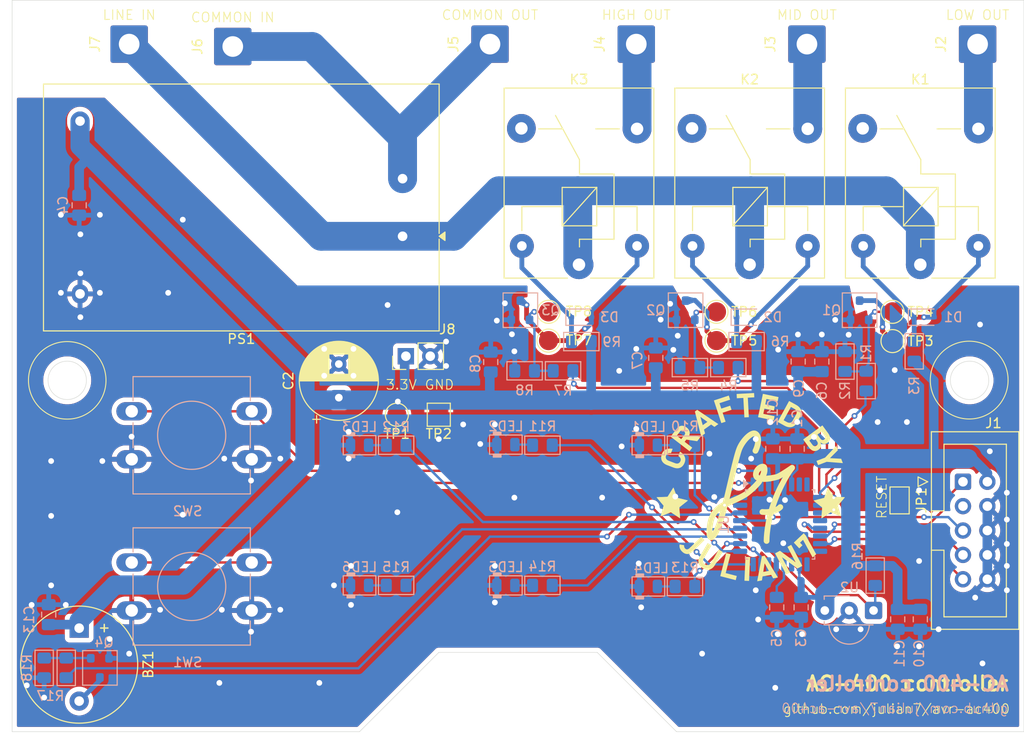
<source format=kicad_pcb>
(kicad_pcb (version 20241229) (generator "pcbnew") (generator_version "9.0")
  (layers (0 "F.Cu" signal) (2 "B.Cu" signal) (13 "F.Paste" user) (15 "B.Paste" user) (5 "F.SilkS" user "F.Silkscreen") (7 "B.SilkS" user "B.Silkscreen") (1 "F.Mask" user) (3 "B.Mask" user) (25 "Edge.Cuts" user))
  (net 0 "")
  (net 1 "+3.3V")
  (net 2 "GND")
  (net 3 "Net-(U1-AREF)")
  (net 4 "Net-(D1-K)")
  (net 5 "Net-(D2-K)")
  (net 6 "Net-(D3-K)")
  (net 7 "NEUT")
  (net 8 "LINE")
  (net 12 "Net-(LED1-A)")
  (net 13 "Net-(LED2-A)")
  (net 14 "Net-(LED3-A)")
  (net 15 "Net-(LED4-A)")
  (net 16 "Net-(LED5-A)")
  (net 17 "Net-(LED6-A)")
  (net 18 "LOW")
  (net 19 "MID")
  (net 20 "HIGH")
  (net 21 "LED1")
  (net 22 "LED2")
  (net 23 "LED3")
  (net 24 "LED4")
  (net 25 "LED5")
  (net 26 "LED6")
  (net 27 "IR")
  (net 28 "RESET")
  (net 30 "MISO")
  (net 31 "MOSI")
  (net 33 "ON_KEY")
  (net 38 "OFF_KEY")
  (net 40 "SCK")
  (net 43 "/LOW OUT")
  (net 44 "BUZZ")
  (net 45 "/MID OUT")
  (net 46 "/HIGH OUT")
  (net 47 "/Buzz Drain")
  (net 48 "/Mid Drain")
  (net 49 "/High Drain")
  (net 50 "Net-(Q1-G)")
  (net 51 "Net-(Q2-G)")
  (net 52 "Net-(Q4-G)")
  (net 53 "Net-(Q3-G)")
  (net 54 "/Low Drain")
  (footprint "Relay_THT:Relay_SPDT_SANYOU_SRD_Series_Form_C" (layer "F.Cu") (at 158.115 84.065 90)
    (property "Reference" "K2")
    (property "Value" "SRD-03VDC-SL-C")
  )
  (footprint "TestPoint:TestPoint_Pad_D2.0mm" (layer "F.Cu") (at 172.9994 92.0242)
    (property "Reference" "TP3")
    (property "Value" "LD")
  )
  (footprint "TestPoint:TestPoint_Pad_D2.0mm" (layer "F.Cu") (at 154.6606 88.9762 180)
    (property "Reference" "TP6")
    (property "Value" "MG")
  )
  (footprint "Connector_Wire:SolderWire-1.5sqmm_1x01_D1.7mm_OD3.9mm" (layer "F.Cu") (at 131.064 61.087 180)
    (property "Reference" "J5")
    (property "Value" "COMMON OUT")
  )
  (footprint "Connector_Wire:SolderWire-1.5sqmm_1x01_D1.7mm_OD3.9mm" (layer "F.Cu") (at 93.472 61.087)
    (property "Reference" "J7")
    (property "Value" "LINE IN")
  )
  (footprint "Connector_PinHeader_2.54mm:PinHeader_1x02_P2.54mm_Vertical" (layer "F.Cu") (at 122.301 93.599 90)
    (property "Reference" "J8")
    (property "Value" "3.3V IN")
  )
  (footprint "Connector_Wire:SolderWire-1.5sqmm_1x01_D1.7mm_OD3.9mm" (layer "F.Cu") (at 104.267 61.337)
    (property "Reference" "J6")
    (property "Value" "COMMON IN")
  )
  (footprint "TestPoint:TestPoint_Pad_D2.0mm" (layer "F.Cu") (at 121.3612 99.695 180)
    (property "Reference" "TP1")
    (property "Value" "3.3V")
  )
  (footprint "Connector_Wire:SolderWire-1.5sqmm_1x01_D1.7mm_OD3.9mm" (layer "F.Cu") (at 164.084 61.087 180)
    (property "Reference" "J3")
    (property "Value" "MID OUT")
  )
  (footprint "TestPoint:TestPoint_Pad_2.0x2.0mm" (layer "F.Cu") (at 125.73 99.695 180)
    (property "Reference" "TP2")
    (property "Value" "GND")
  )
  (footprint "Connector_Wire:SolderWire-1.5sqmm_1x01_D1.7mm_OD3.9mm" (layer "F.Cu") (at 181.864 61.087 180)
    (property "Reference" "J2")
    (property "Value" "LOW OUT")
  )
  (footprint "ac400:Julian7 maker's mark" (layer "F.Cu") (at 148.132552 117.346003)
    (property "Reference" "SYM2" (hide yes))
    (property "Value" "Julian7 logo")
  )
  (footprint "Capacitor_THT:CP_Radial_D8.0mm_P3.50mm" (layer "F.Cu") (at 115.316 97.917 90)
    (property "Reference" "C2")
    (property "Value" "470u")
  )
  (footprint "TestPoint:TestPoint_Pad_D2.0mm" (layer "F.Cu") (at 137.16 91.9734)
    (property "Reference" "TP7")
    (property "Value" "HD")
  )
  (footprint "Connector_IDC:IDC-Header_2x05_P2.54mm_Vertical" (layer "F.Cu") (at 180.34 106.68)
    (property "Reference" "J1")
    (property "Value" "AVR-ISP-10")
  )
  (footprint "Buzzer_Beeper:Buzzer_12x9.5RM7.6" (layer "F.Cu") (at 88.265 121.93 -90)
    (property "Reference" "BZ1")
    (property "Value" "Buzzer")
  )
  (footprint "TestPoint:TestPoint_Pad_D2.0mm" (layer "F.Cu") (at 137.16 88.9762)
    (property "Reference" "TP8")
    (property "Value" "HG")
  )
  (footprint "Converter_ACDC:Converter_ACDC_Hi-Link_HLK-5Mxx" (layer "F.Cu") (at 121.9575 81.105 180)
    (property "Reference" "PS1")
    (property "Value" "HLK-5M03")
  )
  (footprint "Jumper:SolderJumper-2_P1.3mm_Open_TrianglePad1.0x1.5mm" (layer "F.Cu") (at 173.736 108.622 90)
    (property "Reference" "JP1")
    (property "Value" "Reset")
  )
  (footprint "Connector_Wire:SolderWire-1.5sqmm_1x01_D1.7mm_OD3.9mm" (layer "F.Cu") (at 146.304 61.087 180)
    (property "Reference" "J4")
    (property "Value" "HIGH OUT")
  )
  (footprint "Relay_THT:Relay_SPDT_SANYOU_SRD_Series_Form_C" (layer "F.Cu") (at 140.335 84.065 90)
    (property "Reference" "K3")
    (property "Value" "SRD-03VDC-SL-C")
  )
  (footprint "TestPoint:TestPoint_Pad_D2.0mm" (layer "F.Cu") (at 172.9994 88.9762)
    (property "Reference" "TP4")
    (property "Value" "LG")
  )
  (footprint "ac400:AC400 Board" (layer "F.Cu") (at 81.28 132.715)
    (property "Reference" "SYM1" (hide yes))
    (property "Value" "Board footprint" (hide yes))
    (fp_line (start 0 -76.2) (end 105.41 -76.2) (stroke (width 0.05)) (layer "Edge.Cuts"))
    (fp_line (start 0 0) (end 0 -76.2) (stroke (width 0.05)) (layer "Edge.Cuts"))
    (fp_line (start 36.195 0) (end 0 0) (stroke (width 0.05)) (layer "Edge.Cuts"))
    (fp_line (start 44.45 -8.255) (end 36.195 0) (stroke (width 0.05)) (layer "Edge.Cuts"))
    (fp_line (start 60.96 -8.255) (end 44.45 -8.255) (stroke (width 0.05)) (layer "Edge.Cuts"))
    (fp_line (start 69.215 0) (end 60.96 -8.255) (stroke (width 0.05)) (layer "Edge.Cuts"))
    (fp_line (start 105.41 -76.2) (end 105.41 0) (stroke (width 0.05)) (layer "Edge.Cuts"))
    (fp_line (start 105.41 0) (end 69.215 0) (stroke (width 0.05)) (layer "Edge.Cuts"))
    (fp_circle (center 5.7404 -36.6014) (end 7.493 -37.5666) (stroke (width 0.05)) (fill no) (layer "Edge.Cuts"))
    (fp_circle (center 99.7458 -36.6014) (end 101.0412 -38.1254) (stroke (width 0.05)) (fill no) (layer "Edge.Cuts"))
  )
  (footprint "Relay_THT:Relay_SPDT_SANYOU_SRD_Series_Form_C" (layer "F.Cu") (at 175.895 84.065 90)
    (property "Reference" "K1")
    (property "Value" "SRD-03VDC-SL-C")
  )
  (footprint "TestPoint:TestPoint_Pad_D2.0mm" (layer "F.Cu") (at 154.6606 91.9734 180)
    (property "Reference" "TP5")
    (property "Value" "MD")
  )
  (footprint "Diode_SMD:D_SOD-323" (layer "B.Cu") (at 176.267 89.535)
    (property "Reference" "D1")
    (property "Value" "1N4007")
  )
  (footprint "PCM_Package_TO_SOT_SMD_AKL:SOT-23" (layer "B.Cu") (at 90.424 126.0702 -90)
    (property "Reference" "Q4")
    (property "Value" "IRLML2502" (hide yes))
  )
  (footprint "Capacitor_SMD:C_0805_2012Metric_Pad1.18x1.45mm_HandSolder" (layer "B.Cu") (at 88.265 77.8725 -90)
    (property "Reference" "C4")
    (property "Value" "10u")
  )
  (footprint "PCM_Resistor_SMD_AKL:R_0805_2012Metric_Pad1.15x1.40mm_HandSolder" (layer "B.Cu") (at 136.525 117.475 180)
    (property "Reference" "R14")
    (property "Value" "120")
  )
  (footprint "OptoDevice:Vishay_MINICAST-3Pin" (layer "B.Cu") (at 171.0232 120.0916 180)
    (property "Reference" "U2")
    (property "Value" "TSOP38238")
  )
  (footprint "PCM_Resistor_SMD_AKL:R_0805_2012Metric_Pad1.15x1.40mm_HandSolder" (layer "B.Cu") (at 140.58 92.075)
    (property "Reference" "R9")
    (property "Value" "2.2 0.25W")
  )
  (footprint "Capacitor_SMD:C_0805_2012Metric_Pad1.18x1.45mm_HandSolder" (layer "B.Cu") (at 163.1696 94.1613 90)
    (property "Reference" "C9")
    (property "Value" "10u")
  )
  (footprint "PCM_Resistor_SMD_AKL:R_0805_2012Metric_Pad1.15x1.40mm_HandSolder" (layer "B.Cu") (at 151.375 102.87 180)
    (property "Reference" "R10")
    (property "Value" "120")
  )
  (footprint "PCM_Resistor_SMD_AKL:R_0805_2012Metric_Pad1.15x1.40mm_HandSolder" (layer "B.Cu") (at 155.89 94.7856 180)
    (property "Reference" "R4")
    (property "Value" "100")
  )
  (footprint "Capacitor_SMD:C_0805_2012Metric_Pad1.18x1.45mm_HandSolder" (layer "B.Cu") (at 163.068 103.251 90)
    (property "Reference" "C1")
    (property "Value" "100n")
  )
  (footprint "PCM_Resistor_SMD_AKL:R_0805_2012Metric_Pad1.15x1.40mm_HandSolder" (layer "B.Cu") (at 157.795 92.075)
    (property "Reference" "R6")
    (property "Value" "2.2 0.25W")
  )
  (footprint "Button_Switch_THT:SW_PUSH-12mm" (layer "B.Cu") (at 93.7368 120.088)
    (property "Reference" "SW1")
    (property "Value" "ON")
  )
  (footprint "Capacitor_SMD:C_0805_2012Metric_Pad1.18x1.45mm_HandSolder" (layer "B.Cu") (at 148.336 93.7768 90)
    (property "Reference" "C7")
    (property "Value" "100n")
  )
  (footprint "PCM_Resistor_SMD_AKL:R_0805_2012Metric_Pad1.15x1.40mm_HandSolder" (layer "B.Cu") (at 134.6708 95.123)
    (property "Reference" "R8")
    (property "Value" "100k")
  )
  (footprint "PCM_Resistor_SMD_AKL:R_0805_2012Metric_Pad1.15x1.40mm_HandSolder" (layer "B.Cu") (at 121.285 117.475 180)
    (property "Reference" "R15")
    (property "Value" "120")
  )
  (footprint "PCM_Package_TO_SOT_SMD_AKL:SOT-23" (layer "B.Cu") (at 151.445 88.808 90)
    (property "Reference" "Q2")
    (property "Value" "IRLML2502" (hide yes))
  )
  (footprint "PCM_Resistor_SMD_AKL:R_0805_2012Metric_Pad1.15x1.40mm_HandSolder" (layer "B.Cu") (at 171.196 116.459 90)
    (property "Reference" "R16")
    (property "Value" "10k")
  )
  (footprint "PCM_Resistor_SMD_AKL:R_0805_2012Metric_Pad1.15x1.40mm_HandSolder" (layer "B.Cu") (at 170.2562 96.1898 90)
    (property "Reference" "R1")
    (property "Value" "100")
  )
  (footprint "Capacitor_SMD:C_0805_2012Metric_Pad1.18x1.45mm_HandSolder" (layer "B.Cu") (at 175.895 121.0095 -90)
    (property "Reference" "C10")
    (property "Value" "100n")
  )
  (footprint "PCM_Resistor_SMD_AKL:R_0805_2012Metric_Pad1.15x1.40mm_HandSolder" (layer "B.Cu") (at 136.525 102.87 180)
    (property "Reference" "R11")
    (property "Value" "120")
  )
  (footprint "Capacitor_SMD:C_0805_2012Metric_Pad1.18x1.45mm_HandSolder" (layer "B.Cu") (at 131.1402 94.2086 90)
    (property "Reference" "C8")
    (property "Value" "100n")
  )
  (footprint "Capacitor_SMD:C_0805_2012Metric_Pad1.18x1.45mm_HandSolder" (layer "B.Cu") (at 160.9375 119.761 -90)
    (property "Reference" "C5")
    (property "Value" "100n")
  )
  (footprint "PCM_Resistor_SMD_AKL:R_0805_2012Metric_Pad1.15x1.40mm_HandSolder" (layer "B.Cu") (at 151.892 94.7856)
    (property "Reference" "R5")
    (property "Value" "100k")
  )
  (footprint "PCM_LED_SMD_AKL:LED_0805_2012Metric" (layer "B.Cu") (at 147.565 117.588)
    (property "Reference" "LED4")
    (property "Value" "OF-SMD 2012 Green" (hide yes))
  )
  (footprint "PCM_Resistor_SMD_AKL:R_0805_2012Metric_Pad1.15x1.40mm_HandSolder" (layer "B.Cu") (at 151.375 117.588 180)
    (property "Reference" "R13")
    (property "Value" "120")
  )
  (footprint "Package_QFP:TQFP-32_7x7mm_P0.8mm" (layer "B.Cu") (at 161.29 111.125 -90)
    (property "Reference" "U1")
    (property "Value" "ATmega88PA-A")
  )
  (footprint "Capacitor_SMD:C_0805_2012Metric_Pad1.18x1.45mm_HandSolder" (layer "B.Cu") (at 160.528 103.251 90)
    (property "Reference" "C12")
    (property "Value" "100n")
  )
  (footprint "PCM_Package_TO_SOT_SMD_AKL:SOT-23" (layer "B.Cu") (at 169.5704 88.808 90)
    (property "Reference" "Q1")
    (property "Value" "IRLML2502" (hide yes))
  )
  (footprint "PCM_LED_SMD_AKL:LED_0805_2012Metric" (layer "B.Cu") (at 132.715 117.475)
    (property "Reference" "LED5")
    (property "Value" "OF-SMD 2012 Green" (hide yes))
  )
  (footprint "PCM_Resistor_SMD_AKL:R_0805_2012Metric_Pad1.15x1.40mm_HandSolder" (layer "B.Cu") (at 86.9188 126.0702 90)
    (property "Reference" "R17")
    (property "Value" "100")
  )
  (footprint "PCM_LED_SMD_AKL:LED_0805_2012Metric" (layer "B.Cu") (at 117.475 102.87)
    (property "Reference" "LED3")
    (property "Value" "OF-SMD 2012 Green" (hide yes))
  )
  (footprint "PCM_LED_SMD_AKL:LED_0805_2012Metric" (layer "B.Cu") (at 147.565 102.87)
    (property "Reference" "LED1")
    (property "Value" "OF-SMD 2012 Green" (hide yes))
  )
  (footprint "Capacitor_SMD:C_0805_2012Metric_Pad1.18x1.45mm_HandSolder" (layer "B.Cu") (at 165.6334 94.1613 90)
    (property "Reference" "C6")
    (property "Value" "100n")
  )
  (footprint "PCM_LED_SMD_AKL:LED_0805_2012Metric" (layer "B.Cu") (at 117.475 117.475)
    (property "Reference" "LED6")
    (property "Value" "OF-SMD 2012 Green" (hide yes))
  )
  (footprint "Capacitor_SMD:C_0805_2012Metric_Pad1.18x1.45mm_HandSolder" (layer "B.Cu") (at 173.54 121.0095 -90)
    (property "Reference" "C11")
    (property "Value" "10u")
  )
  (footprint "Button_Switch_THT:SW_PUSH-12mm" (layer "B.Cu") (at 93.7368 104.338)
    (property "Reference" "SW2")
    (property "Value" "OFF")
  )
  (footprint "PCM_Resistor_SMD_AKL:R_0805_2012Metric_Pad1.15x1.40mm_HandSolder" (layer "B.Cu") (at 168.0464 94.1578 -90)
    (property "Reference" "R2")
    (property "Value" "100k")
  )
  (footprint "Diode_SMD:D_SOD-323" (layer "B.Cu") (at 157.795 89.535)
    (property "Reference" "D2")
    (property "Value" "1N4007")
  )
  (footprint "PCM_Resistor_SMD_AKL:R_0805_2012Metric_Pad1.15x1.40mm_HandSolder" (layer "B.Cu") (at 84.6168 126.0702 90)
    (property "Reference" "R18")
    (property "Value" "100k")
  )
  (footprint "Capacitor_SMD:C_0805_2012Metric_Pad1.18x1.45mm_HandSolder" (layer "B.Cu") (at 85.09 120.523 90)
    (property "Reference" "C13")
    (property "Value" "100n")
  )
  (footprint "PCM_Resistor_SMD_AKL:R_0805_2012Metric_Pad1.15x1.40mm_HandSolder" (layer "B.Cu") (at 138.675 95.123 180)
    (property "Reference" "R7")
    (property "Value" "100")
  )
  (footprint "PCM_Package_TO_SOT_SMD_AKL:SOT-23" (layer "B.Cu") (at 134.23 88.808 90)
    (property "Reference" "Q3")
    (property "Value" "IRLML2502" (hide yes))
  )
  (footprint "Diode_SMD:D_SOD-323" (layer "B.Cu") (at 140.58 89.535)
    (property "Reference" "D3")
    (property "Value" "1N4007")
  )
  (footprint "PCM_Resistor_SMD_AKL:R_0805_2012Metric_Pad1.15x1.40mm_HandSolder" (layer "B.Cu") (at 175.26 93.091 -90)
    (property "Reference" "R3")
    (property "Value" "2.2 0.25W")
  )
  (footprint "PCM_Resistor_SMD_AKL:R_0805_2012Metric_Pad1.15x1.40mm_HandSolder" (layer "B.Cu") (at 121.285 102.87 180)
    (property "Reference" "R12")
    (property "Value" "120")
  )
  (footprint "PCM_LED_SMD_AKL:LED_0805_2012Metric" (layer "B.Cu") (at 132.715 102.81)
    (property "Reference" "LED2")
    (property "Value" "OF-SMD 2012 Green" (hide yes))
  )
  (footprint "Capacitor_SMD:C_0805_2012Metric_Pad1.18x1.45mm_HandSolder" (layer "B.Cu") (at 163.4775 119.761 -90)
    (property "Reference" "C3")
    (property "Value" "100n")
  )
  (gr_circle (center 87.0204 96.1136) (end 91.059 96.1136) (stroke (width 0.1)) (fill no) (layer "F.SilkS"))
  (gr_circle (center 180.9868 96.088) (end 185.039 96.088) (stroke (width 0.1)) (fill no) (layer "F.SilkS"))
  (gr_text "MID OUT" (at 164.084 58.637 0) (layer "F.SilkS") (effects (font (size 1 1) (thickness 0.1)) (justify bottom)))
  (gr_text "3.3V" (at 120.142 97.155 0) (layer "F.SilkS") (effects (font (size 1 1) (thickness 0.1)) (justify left bottom)))
  (gr_text "GND" (at 124.206 97.155 0) (layer "F.SilkS") (effects (font (size 1 1) (thickness 0.1)) (justify left bottom)))
  (gr_text "HIGH OUT" (at 146.304 58.637 0) (layer "F.SilkS") (effects (font (size 1 1) (thickness 0.1)) (justify bottom)))
  (gr_text "COMMON IN" (at 104.267 58.887 0) (layer "F.SilkS") (effects (font (size 1 1) (thickness 0.1)) (justify bottom)))
  (gr_text "LINE IN" (at 93.472 58.637 0) (layer "F.SilkS") (effects (font (size 1 1) (thickness 0.1)) (justify bottom)))
  (gr_text "AC-400 controller" (at 163.83 128.5875 0) (layer "F.SilkS") (effects (font (size 1.5 1.5) (thickness 0.3) (bold yes)) (justify left bottom)))
  (gr_text "COMMON OUT" (at 131.064 58.637 0) (layer "F.SilkS") (effects (font (size 1 1) (thickness 0.1)) (justify bottom)))
  (gr_text "LOW OUT" (at 181.864 58.637 0) (layer "F.SilkS") (effects (font (size 1 1) (thickness 0.1)) (justify bottom)))
  (gr_text "github.com/julian7/avr-ac400" (at 161.544 130.937 0) (layer "F.SilkS") (effects (font (size 1 1) (thickness 0.1)) (justify left bottom)))
  (gr_text "RESET" (at 172.466 110.617 90) (layer "F.SilkS") (effects (font (size 1 1) (thickness 0.1)) (justify left bottom)))
  (gr_text "AC-400 controller" (at 185.2676 128.6002 0) (layer "B.SilkS") (effects (font (size 1.5 1.5) (thickness 0.3) (bold yes)) (justify left bottom mirror)))
  (gr_text "github.com/julian7/avr-ac400" (at 185.1052 130.8608 0) (layer "B.SilkS") (effects (font (size 1 1) (thickness 0.1)) (justify left bottom mirror)))
  (segment (start 121.4628 98.3234) (end 121.4628 99.695) (width 1) (layer "F.Cu") (net 1))
  (segment (start 121.4628 99.695) (end 121.5644 99.695) (width 1) (layer "F.Cu") (net 1))
  (via (at 121.4628 98.3234) (size 1.2) (drill 0.6) (layers "F.Cu" "B.Cu") (net 1))
  (segment (start 168.656 115.661158) (end 168.656 102.743) (width 2) (layer "B.Cu") (net 1))
  (segment (start 163.4775 118.7235) (end 165.784742 118.7235) (width 0.5) (layer "B.Cu") (net 1))
  (segment (start 99.096 117.439) (end 91.984 117.439) (width 2) (layer "B.Cu") (net 1))
  (segment (start 172.965 115.434) (end 173.54 116.009) (width 1) (layer "B.Cu") (net 1))
  (segment (start 161.036 106.042924) (end 161.036 104.7965) (width 0.5) (layer "B.Cu") (net 1))
  (segment (start 141.605 98.697) (end 141.605 92.075) (width 1) (layer "B.Cu") (net 1))
  (segment (start 163.4775 116.967) (end 163.4775 118.7235) (width 0.75) (layer "B.Cu") (net 1))
  (segment (start 180.848 104.267) (end 181.356 104.267) (width 1) (layer "B.Cu") (net 1))
  (segment (start 161.036 104.267) (end 165.608 104.267) (width 1) (layer "B.Cu") (net 1))
  (segment (start 177.292 96.148) (end 177.292 104.267) (width 1) (layer "B.Cu") (net 1))
  (segment (start 165.5822 95.2246) (end 165.6334 95.1734) (width 1) (layer "B.Cu") (net 1))
  (segment (start 163.1696 98.0694) (end 163.1696 95.2246) (width 1) (layer "B.Cu") (net 1))
  (segment (start 164.084 98.171) (end 111.791 98.171) (width 2) (layer "B.Cu") (net 1))
  (segment (start 165.9432 118.373958) (end 168.656 115.661158) (width 2) (layer "B.Cu") (net 1))
  (segment (start 88.3575 71.7205) (end 89.408 72.771) (width 2) (layer "B.Cu") (net 1))
  (segment (start 88.3575 69.105) (end 88.3575 71.7205) (width 2) (layer "B.Cu") (net 1))
  (segment (start 163.2935 104.2885) (end 163.068 104.514) (width 0.25) (layer "B.Cu") (net 1))
  (segment (start 162.49 105.988) (end 162.49 106.9625) (width 0.25) (layer "B.Cu") (net 1))
  (segment (start 158.82 92.075) (end 158.82 94.615) (width 1) (layer "B.Cu") (net 1))
  (segment (start 131.1402 95.2461) (end 131.0425 95.3438) (width 1) (layer "B.Cu") (net 1))
  (segment (start 111.791 95.154) (end 111.791 104.7496) (width 2) (layer "B.Cu") (net 1))
  (segment (start 160.89 106.66507) (end 160.964 106.59107) (width 0.5) (layer "B.Cu") (net 1))
  (segment (start 101.622242 114.912758) (end 99.096 117.439) (width 2) (layer "B.Cu") (net 1))
  (segment (start 163.068 105.41) (end 162.49 105.988) (width 0.25) (layer "B.Cu") (net 1))
  (segment (start 161.036 104.7965) (end 160.528 104.2885) (width 0.5) (layer "B.Cu") (net 1))
  (segment (start 163.29 116.7795) (end 163.4775 116.967) (width 0.5) (layer "B.Cu") (net 1))
  (segment (start 91.984 117.439) (end 88.265 121.158) (width 2) (layer "B.Cu") (net 1))
  (segment (start 168.656 102.743) (end 164.084 98.171) (width 2) (layer "B.Cu") (net 1))
  (segment (start 169.391158 115.434) (end 172.965 115.434) (width 1) (layer "B.Cu") (net 1))
  (segment (start 165.9432 120.0916) (end 165.9432 118.373958) (width 2) (layer "B.Cu") (net 1))
  (segment (start 111.791 104.7496) (end 101.627842 114.912758) (width 2) (layer "B.Cu") (net 1))
  (segment (start 89.408 72.771) (end 111.791 95.154) (width 2) (layer "B.Cu") (net 1))
  (segment (start 122.174 93.726) (end 122.301 93.599) (width 1) (layer "B.Cu") (net 1))
  (segment (start 88.265 121.158) (end 88.265 121.93) (width 2) (layer "B.Cu") (net 1))
  (segment (start 85.344 121.5605) (end 87.8955 121.5605) (width 1) (layer "B.Cu") (net 1))
  (segment (start 88.265 76.835) (end 88.265 73.914) (width 1) (layer "B.Cu") (net 1))
  (segment (start 163.1696 95.2246) (end 165.5822 95.2246) (width 1) (layer "B.Cu") (net 1))
  (segment (start 180.848 104.267) (end 165.608 104.267) (width 2) (layer "B.Cu") (net 1))
  (segment (start 173.54 116.009) (end 173.54 119.972) (width 1) (layer "B.Cu") (net 1))
  (segment (start 181.356 104.267) (end 182.88 105.791) (width 1) (layer "B.Cu") (net 1))
  (segment (start 163.068 104.514) (end 163.068 105.41) (width 0.25) (layer "B.Cu") (net 1))
  (segment (start 162.49 104.355) (end 162.8425 104.0025) (width 0.25) (layer "B.Cu") (net 1))
  (segment (start 121.4628 98.3234) (end 122.174 97.6122) (width 1) (layer "B.Cu") (net 1))
  (segment (start 122.174 97.6122) (end 122.174 93.726) (width 1) (layer "B.Cu") (net 1))
  (segment (start 87.8955 121.5605) (end 88.265 121.93) (width 1) (layer "B.Cu") (net 1))
  (segment (start 88.265 73.914) (end 89.408 72.771) (width 1) (layer "B.Cu") (net 1))
  (segment (start 160.964 106.114924) (end 161.036 106.042924) (width 0.5) (layer "B.Cu") (net 1))
  (segment (start 173.54 119.972) (end 175.895 119.972) (width 1) (layer "B.Cu") (net 1))
  (segment (start 182.88 105.791) (end 182.88 106.68) (width 1) (layer "B.Cu") (net 1))
  (segment (start 101.627842 114.912758) (end 101.622242 114.912758) (width 2) (layer "B.Cu") (net 1))
  (segment (start 158.82 94.615) (end 158.82 98.495) (width 1) (layer "B.Cu") (net 1))
  (segment (start 163.29 115.2875) (end 163.29 116.7795) (width 0.25) (layer "B.Cu") (net 1))
  (segment (start 160.964 106.59107) (end 160.964 106.114924) (width 0.5) (layer "B.Cu") (net 1))
  (segment (start 175.26 94.116) (end 177.292 96.148) (width 1) (layer "B.Cu") (net 1))
  (segment (start 160.89 106.9625) (end 160.89 106.66507) (width 0.5) (layer "B.Cu") (net 1))
  (segment (start 148.336 94.8143) (end 148.336 98.6032) (width 1) (layer "B.Cu") (net 1))
  (segment (start 131.0425 95.3438) (end 131.0425 98.1495) (width 1) (layer "B.Cu") (net 1))
  (via (at 102.87 127.635) (size 1.2) (drill 0.6) (layers "F.Cu" "B.Cu") (net 2))
  (via (at 93.472 124.587) (size 1.2) (drill 0.6) (layers "F.Cu" "B.Cu") (net 2))
  (via (at 116.84 92.837) (size 1.2) (drill 0.6) (layers "F.Cu" "B.Cu") (net 2))
  (via (at 149.8346 88.138) (size 1.2) (drill 0.6) (layers "F.Cu" "B.Cu") (net 2))
  (via (at 184.912 107.823) (size 1.2) (drill 0.6) (layers "F.Cu" "B.Cu") (net 2))
  (via (at 173.482 123.825) (size 1.2) (drill 0.6) (layers "F.Cu" "B.Cu") (net 2))
  (via (at 91.44 123.063) (size 1.2) (drill 0.6) (layers "F.Cu" "B.Cu") (net 2))
  (via (at 161.6202 113.0808) (size 1.2) (drill 0.6) (layers "F.Cu" "B.Cu") (net 2))
  (via (at 85.344 104.521) (size 1.2) (drill 0.6) (layers "F.Cu" "B.Cu") (net 2))
  (via (at 168.4274 91.3638) (size 1.2) (drill 0.6) (layers "F.Cu" "B.Cu") (net 2))
  (via (at 153.162 124.587) (size 1.2) (drill 0.6) (layers "F.Cu" "B.Cu") (net 2))
  (via (at 103.378 104.267) (size 1.2) (drill 0.6) (layers "F.Cu" "B.Cu") (net 2))
  (via (at 125.73 102.235) (size 1.2) (drill 0.6) (layers "F.Cu" "B.Cu") (net 2))
  (via (at 116.84 95.631) (size 1.2) (drill 0.6) (layers "F.Cu" "B.Cu") (net 2))
  (via (at 161.0868 92.9132) (size 1.2) (drill 0.6) (layers "F.Cu" "B.Cu") (net 2))
  (via (at 113.792 92.837) (size 1.2) (drill 0.6) (layers "F.Cu" "B.Cu") (net 2))
  (via (at 154.42816 108.266594) (size 1.2) (drill 0.6) (layers "F.Cu" "B.Cu") (net 2))
  (via (at 167.132 122.047) (size 1.2) (drill 0.6) (layers "F.Cu" "B.Cu") (net 2))
  (via (at 146.303842 101.171564) (size 1.2) (drill 0.6) (layers "F.Cu" "B.Cu") (net 2))
  (via (at 131.572 115.443) (size 1.2) (drill 0.6) (layers "F.Cu" "B.Cu") (net 2))
  (via (at 116.332 104.267) (size 1.2) (drill 0.6) (layers "F.Cu" "B.Cu") (net 2))
  (via (at 153.924 103.759) (size 1.2) (drill 0.6) (layers "F.Cu" "B.Cu") (net 2))
  (via (at 161.798 108.585) (size 1.2) (drill 0.6) (layers "F.Cu" "B.Cu") (net 2))
  (via (at 88.392 80.899) (size 1.2) (drill 0.6) (layers "F.Cu" "B.Cu") (net 2))
  (via (at 83.312 119.507) (size 1.2) (drill 0.6) (layers "F.Cu" "B.Cu") (net 2))
  (via (at 93.726 101.981) (size 1.2) (drill 0.6) (layers "F.Cu" "B.Cu") (net 2))
  (via (at 133.604 93.091) (size 1.2) (drill 0.6) (layers "F.Cu" "B.Cu") (net 2))
  (via (at 86.36 86.995) (size 1.2) (drill 0.6) (layers "F.Cu" "B.Cu") (net 2))
  (via (at 109.22 104.267) (size 1.2) (drill 0.6) (layers "F.Cu" "B.Cu") (net 2))
  (via (at 146.558 115.189) (size 1.2) (drill 0.6) (layers "F.Cu" "B.Cu") (net 2))
  (via (at 160.782 128.143) (size 1.2) (drill 0.6) (layers "F.Cu" "B.Cu") (net 2))
  (via (at 175.768 107.569) (size 1.2) (drill 0.6) (layers "F.Cu" "B.Cu") (net 2))
  (via (at 173.228 95.0468) (size 1.2) (drill 0.6) (layers "F.Cu" "B.Cu") (net 2))
  (via (at 114.808 117.475) (size 1.2) (drill 0.6) (layers "F.Cu" "B.Cu") (net 2))
  (via (at 184.912 110.617) (size 1.2) (drill 0.6) (layers "F.Cu" "B.Cu") (net 2))
  (via (at 131.572 100.711) (size 1.2) (drill 0.6) (layers "F.Cu" "B.Cu") (net 2))
  (via (at 174.498 100.457) (size 1.2) (drill 0.6) (layers "F.Cu" "B.Cu") (net 2))
  (via (at 116.586 119.507) (size 1.2) (drill 0.6) (layers "F.Cu" "B.Cu") (net 2))
  (via (at 158.75 117.983) (size 1.2) (drill 0.6) (layers "F.Cu" "B.Cu") (net 2))
  (via (at 169.672 122.047) (size 1.2) (drill 0.6) (layers "F.Cu" "B.Cu") (net 2))
  (via (at 148.844 89.789) (size 1.2) (drill 0.6) (layers "F.Cu" "B.Cu") (net 2))
  (via (at 184.912 117.983) (size 1.2) (drill 0.6) (layers "F.Cu" "B.Cu") (net 2))
  (via (at 88.392 84.963) (size 1.2) (drill 0.6) (layers "F.Cu" "B.Cu") (net 2))
  (via (at 103.124 120.015) (size 1.2) (drill 0.6) (layers "F.Cu" "B.Cu") (net 2))
  (via (at 144.78 102.997) (size 1.2) (drill 0.6) (layers "F.Cu" "B.Cu") (net 2))
  (via (at 113.284 127.635) (size 1.2) (drill 0.6) (layers "F.Cu" "B.Cu") (net 2))
  (via (at 90.424 78.867) (size 1.2) (drill 0.6) (layers "F.Cu" "B.Cu") (net 2))
  (via (at 158.75 102.235) (size 1.2) (drill 0.6) (layers "F.Cu" "B.Cu") (net 2))
  (via (at 184.912 113.157) (size 1.2) (drill 0.6) (layers "F.Cu" "B.Cu") (net 2))
  (via (at 167.0304 89.8144) (size 1.2) (drill 0.6) (layers "F.Cu" "B.Cu") (net 2))
  (via (at 126.492 94.615) (size 1.2) (drill 0.6) (layers "F.Cu" "B.Cu") (net 2))
  (via (at 90.678 104.521) (size 1.2) (drill 0.6) (layers "F.Cu" "B.Cu") (net 2))
  (via (at 99.06 79.375) (size 1.2) (drill 0.6) (layers "F.Cu" "B.Cu") (net 2))
  (via (at 85.344 117.475) (size 1.2) (drill 0.6) (layers "F.Cu" "B.Cu") (net 2))
  (via (at 177.8 122.047) (size 1.2) (drill 0.6) (layers "F.Cu" "B.Cu") (net 2))
  (via (at 90.424 86.995) (size 1.2) (drill 0.6) (layers "F.Cu" "B.Cu") (net 2))
  (via (at 84.6168 129.159) (size 1.2) (drill 0.6) (layers "F.Cu" "B.Cu") (net 2))
  (via (at 164.8175 102.013) (size 1.2) (drill 0.6) (layers "F.Cu" "B.Cu") (net 2))
  (via (at 142.748 108.331) (size 1.2) (drill 0.6) (layers "F.Cu" "B.Cu") (net 2))
  (via (at 161.036 122.555) (size 1.2) (drill 0.6) (layers "F.Cu" "B.Cu") (net 2))
  (via (at 96.6978 120.015) (size 1.2) (drill 0.6) (layers "F.Cu" "B.Cu") (net 2))
  (via (at 116.586 115.443) (size 1.2) (drill 0.6) (layers "F.Cu" "B.Cu") (net 2))
  (via (at 150.622 91.4654) (size 1.2) (drill 0.6) (layers "F.Cu" "B.Cu") (net 2))
  (via (at 163.576 122.555) (size 1.2) (drill 0.6) (layers "F.Cu" "B.Cu") (net 2))
  (via (at 182.118 90.297) (size 1.2) (drill 0.6) (layers "F.Cu" "B.Cu") (net 2))
  (via (at 144.526 95.123) (size 1.2) (drill 0.6) (layers "F.Cu" "B.Cu") (net 2))
  (via (at 181.61 118.745) (size 1.2) (drill 0.6) (layers "F.Cu" "B.Cu") (net 2))
  (via (at 163.068 100.457) (size 1.2) (drill 0.6) (layers "F.Cu" "B.Cu") (net 2))
  (via (at 160.185731 108.55034) (size 1.2) (drill 0.6) (layers "F.Cu" "B.Cu") (net 2))
  (via (at 150.1648 92.9386) (size 1.2) (drill 0.6) (layers "F.Cu" "B.Cu") (net 2))
  (via (at 116.332 101.473) (size 1.2) (drill 0.6) (layers "F.Cu" "B.Cu") (net 2))
  (via (at 183.134 103.505) (size 1.2) (drill 0.6) (layers "F.Cu" "B.Cu") (net 2))
  (via (at 130.048 102.743) (size 1.2) (drill 0.6) (layers "F.Cu" "B.Cu") (net 2))
  (via (at 159.004 121.031) (size 1.2) (drill 0.6) (layers "F.Cu" "B.Cu") (net 2))
  (via (at 99.06 110.109) (size 1.2) (drill 0.6) (layers "F.Cu" "B.Cu") (net 2))
  (via (at 120.396 88.265) (size 1.2) (drill 0.6) (layers "F.Cu" "B.Cu") (net 2))
  (via (at 165.6334 91.3384) (size 1.2) (drill 0.6) (layers "F.Cu" "B.Cu") (net 2))
  (via (at 158.2705 104.267) (size 1.2) (drill 0.6) (layers "F.Cu" "B.Cu") (net 2))
  (via (at 160.274 100.457) (size 1.2) (drill 0.6) (layers "F.Cu" "B.Cu") (net 2))
  (via (at 146.304 92.837) (size 1.2) (drill 0.6) (layers "F.Cu" "B.Cu") (net 2))
  (via (at 175.768 114.935) (size 1.2) (drill 0.6) (layers "F.Cu" "B.Cu") (net 2))
  (via (at 175.768 123.825) (size 1.2) (drill 0.6) (layers "F.Cu" "B.Cu") (net 2))
  (via (at 133.35 91.313) (size 1.2) (drill 0.6) (layers "F.Cu" "B.Cu") (net 2))
  (via (at 88.392 89.535) (size 1.2) (drill 0.6) (layers "F.Cu" "B.Cu") (net 2))
  (via (at 82.804 127.889) (size 1.2) (drill 0.6) (layers "F.Cu" "B.Cu") (net 2))
  (via (at 184.912 115.443) (size 1.2) (drill 0.6) (layers "F.Cu" "B.Cu") (net 2))
  (via (at 86.868 119.507) (size 1.2) (drill 0.6) (layers "F.Cu" "B.Cu") (net 2))
  (via (at 126.492 92.075) (size 1.2) (drill 0.6) (layers "F.Cu" "B.Cu") (net 2))
  (via (at 106.172 122.301) (size 1.2) (drill 0.6) (layers "F.Cu" "B.Cu") (net 2))
  (via (at 131.572 119.253) (size 1.2) (drill 0.6) (layers "F.Cu" "B.Cu") (net 2))
  (via (at 106.172 106.553) (size 1.2) (drill 0.6) (layers "F.Cu" "B.Cu") (net 2))
  (via (at 132.6134 88.0872) (size 1.2) (drill 0.6) (layers "F.Cu" "B.Cu") (net 2))
  (via (at 171.704 107.569) (size 1.2) (drill 0.6) (layers "F.Cu" "B.Cu") (net 2))
  (via (at 131.7752 89.8906) (size 1.2) (drill 0.6) (layers "F.Cu" "B.Cu") (net 2))
  (via (at 182.372 125.603) (size 1.2) (drill 0.6) (layers "F.Cu" "B.Cu") (net 2))
  (via (at 109.22 120.015) (size 1.2) (drill 0.6) (layers "F.Cu" "B.Cu") (net 2))
  (via (at 133.604 108.331) (size 1.2) (drill 0.6) (layers "F.Cu" "B.Cu") (net 2))
  (via (at 128.27 100.711) (size 1.2) (drill 0.6) (layers "F.Cu" "B.Cu") (net 2))
  (via (at 86.36 78.867) (size 1.2) (drill 0.6) (layers "F.Cu" "B.Cu") (net 2))
  (via (at 113.792 95.631) (size 1.2) (drill 0.6) (layers "F.Cu" "B.Cu") (net 2))
  (via (at 163.1442 91.3384) (size 1.2) (drill 0.6) (layers "F.Cu" "B.Cu") (net 2))
  (via (at 150.368 108.222) (size 1.2) (drill 0.6) (layers "F.Cu" "B.Cu") (net 2))
  (via (at 97.536 86.995) (size 1.2) (drill 0.6) (layers "F.Cu" "B.Cu") (net 2))
  (via (at 146.812 119.761) (size 1.2) (drill 0.6) (layers "F.Cu" "B.Cu") (net 2))
  (via (at 85.344 110.236) (size 1.2) (drill 0.6) (layers "F.Cu" "B.Cu") (net 2))
  (via (at 121.412 109.855) (size 1.2) (drill 0.6) (layers "F.Cu" "B.Cu") (net 2))
  (via (at 171.45 100.457) (size 1.2) (drill 0.6) (layers "F.Cu" "B.Cu") (net 2))
  (segment (start 161.69 106.9625) (end 161.69 108.477) (width 0.25) (layer "B.Cu") (net 2))
  (segment (start 160.09 108.256496) (end 160.09 106.9625) (width 0.25) (layer "B.Cu") (net 2))
  (segment (start 133.6458 95.123) (end 133.6458 93.1328) (width 0.5) (layer "B.Cu") (net 2))
  (segment (start 160.09 105.861) (end 160.09 106.9625) (width 0.25) (layer "B.Cu") (net 2))
  (segment (start 160.89 116.351) (end 159.258 117.983) (width 0.25) (layer "B.Cu") (net 2))
  (segment (start 161.6202 113.0808) (end 161.0742 113.0808) (width 0.25) (layer "B.Cu") (net 2))
  (segment (start 133.6458 93.1328) (end 133.604 93.091) (width 0.5) (layer "B.Cu") (net 2))
  (segment (start 160.185731 108.55034) (end 160.185731 108.352227) (width 0.25) (layer "B.Cu") (net 2))
  (segment (start 161.0742 113.0808) (end 160.89 113.265) (width 0.25) (layer "B.Cu") (net 2))
  (segment (start 160.89 113.265) (end 160.89 115.2875) (width 0.25) (layer "B.Cu") (net 2))
  (segment (start 150.867 94.7856) (end 150.867 93.6408) (width 0.5) (layer "B.Cu") (net 2))
  (segment (start 159.258 117.983) (end 158.75 117.983) (width 0.25) (layer "B.Cu") (net 2))
  (segment (start 182.88 109.22) (end 182.88 116.84) (width 1) (layer "B.Cu") (net 2))
  (segment (start 160.89 115.2875) (end 160.89 116.351) (width 0.25) (layer "B.Cu") (net 2))
  (segment (start 150.867 93.6408) (end 150.1648 92.9386) (width 0.5) (layer "B.Cu") (net 2))
  (segment (start 161.69 108.477) (end 161.798 108.585) (width 0.25) (layer "B.Cu") (net 2))
  (segment (start 160.185731 108.352227) (end 160.09 108.256496) (width 0.25) (layer "B.Cu") (net 2))
  (segment (start 158.496 104.267) (end 160.09 105.861) (width 0.5) (layer "B.Cu") (net 2))
  (segment (start 160.9375 117.5735) (end 160.9375 118.7235) (width 0.25) (layer "B.Cu") (net 3))
  (segment (start 161.69 116.821) (end 160.9375 117.5735) (width 0.25) (layer "B.Cu") (net 3))
  (segment (start 161.69 115.2875) (end 161.69 116.821) (width 0.25) (layer "B.Cu") (net 3))
  (segment (start 175.26 89.578) (end 175.217 89.535) (width 0.5) (layer "B.Cu") (net 4))
  (segment (start 175.26 92.066) (end 175.26 89.578) (width 0.5) (layer "B.Cu") (net 4))
  (segment (start 175.217 89.535) (end 169.945 84.263) (width 0.5) (layer "B.Cu") (net 4))
  (segment (start 169.945 84.263) (end 169.945 82.115) (width 0.5) (layer "B.Cu") (net 4))
  (segment (start 156.77 92.075) (end 156.77 89.56) (width 0.5) (layer "B.Cu") (net 5))
  (segment (start 156.745 89.535) (end 156.745 88.8) (width 0.5) (layer "B.Cu") (net 5))
  (segment (start 156.77 89.56) (end 156.745 89.535) (width 0.5) (layer "B.Cu") (net 5))
  (segment (start 152.165 84.22) (end 152.165 82.115) (width 0.5) (layer "B.Cu") (net 5))
  (segment (start 156.745 88.8) (end 152.165 84.22) (width 0.5) (layer "B.Cu") (net 5))
  (segment (start 139.555 89.56) (end 139.53 89.535) (width 0.5) (layer "B.Cu") (net 6))
  (segment (start 134.385 84.39) (end 134.385 82.115) (width 0.5) (layer "B.Cu") (net 6))
  (segment (start 139.53 89.535) (end 134.385 84.39) (width 0.5) (layer "B.Cu") (net 6))
  (segment (start 139.555 92.075) (end 139.555 89.56) (width 0.5) (layer "B.Cu") (net 6))
  (segment (start 121.9575 70.1935) (end 131.064 61.087) (width 3) (layer "B.Cu") (net 7))
  (segment (start 121.9575 75.105) (end 121.9575 70.1935) (width 3) (layer "B.Cu") (net 7))
  (segment (start 112.518 61.337) (end 121.9575 70.7765) (width 3) (layer "B.Cu") (net 7))
  (segment (start 104.267 61.337) (end 112.518 61.337) (width 3) (layer "B.Cu") (net 7))
  (segment (start 121.9575 70.7765) (end 121.9575 75.105) (width 3) (layer "B.Cu") (net 7))
  (segment (start 113.491 81.106) (end 127.260857 81.106) (width 3) (layer "B.Cu") (net 8))
  (segment (start 158.115 76.491) (end 158.242 76.364) (width 3) (layer "B.Cu") (net 8))
  (segment (start 172.327143 76.364) (end 175.895 79.931857) (width 3) (layer "B.Cu") (net 8))
  (segment (start 132.002857 76.364) (end 140.208 76.364) (width 3) (layer "B.Cu") (net 8))
  (segment (start 140.335 84.065) (end 140.208 83.938) (width 3) (layer "B.Cu") (net 8))
  (segment (start 158.115 84.065) (end 158.115 76.491) (width 3) (layer "B.Cu") (net 8))
  (segment (start 140.208 83.938) (end 140.208 76.364) (width 3) (layer "B.Cu") (net 8))
  (segment (start 93.472 61.087) (end 113.491 81.106) (width 3) (layer "B.Cu") (net 8))
  (segment (start 175.895 79.931857) (end 175.895 84.065) (width 3) (layer "B.Cu") (net 8))
  (segment (start 127.260857 81.106) (end 132.002857 76.364) (width 3) (layer "B.Cu") (net 8))
  (segment (start 158.242 76.364) (end 172.327143 76.364) (width 3) (layer "B.Cu") (net 8))
  (segment (start 140.208 76.364) (end 158.242 76.364) (width 3) (layer "B.Cu") (net 8))
  (segment (start 148.5025 102.87) (end 150.35 102.87) (width 0.25) (layer "B.Cu") (net 12))
  (segment (start 135.44 102.81) (end 135.5 102.87) (width 0.25) (layer "B.Cu") (net 13))
  (segment (start 133.6525 102.81) (end 135.44 102.81) (width 0.25) (layer "B.Cu") (net 13))
  (segment (start 118.4125 102.87) (end 120.26 102.87) (width 0.25) (layer "B.Cu") (net 14))
  (segment (start 150.35 117.588) (end 148.5025 117.588) (width 0.25) (layer "B.Cu") (net 15))
  (segment (start 133.6525 117.475) (end 135.5 117.475) (width 0.25) (layer "B.Cu") (net 16))
  (segment (start 118.4125 117.475) (end 120.26 117.475) (width 0.25) (layer "B.Cu") (net 17))
  (segment (start 166.956 106.221) (end 166.956 106.299) (width 0.25) (layer "F.Cu") (net 18))
  (segment (start 167.8305 101.0285) (end 167.8305 105.3465) (width 0.25) (layer "F.Cu") (net 18))
  (segment (start 169.037 99.822) (end 167.8305 101.0285) (width 0.25) (layer "F.Cu") (net 18))
  (segment (start 167.8305 105.3465) (end 166.956 106.221) (width 0.25) (layer "F.Cu") (net 18))
  (via (at 169.037 99.822) (size 0.6) (drill 0.3) (layers "F.Cu" "B.Cu") (net 18))
  (via (at 166.956 106.299) (size 0.6) (drill 0.3) (layers "F.Cu" "B.Cu") (net 18))
  (segment (start 170.18 97.5704) (end 170.5356 97.2148) (width 0.25) (layer "B.Cu") (net 18))
  (segment (start 170.18 98.679) (end 170.18 97.5704) (width 0.25) (layer "B.Cu") (net 18))
  (segment (start 166.956 106.299) (end 165.4525 107.8025) (width 0.25) (layer "B.Cu") (net 18))
  (segment (start 165.4525 107.8025) (end 165.4525 108.325) (width 0.25) (layer "B.Cu") (net 18))
  (segment (start 169.037 99.822) (end 170.18 98.679) (width 0.25) (layer "B.Cu") (net 18))
  (segment (start 167.132 100.457) (end 162.8648 96.1898) (width 0.25) (layer "F.Cu") (net 19))
  (segment (start 166.878 108.331) (end 166.878 107.823) (width 0.25) (layer "F.Cu") (net 19))
  (segment (start 167.132 104.905702) (end 167.132 100.457) (width 0.25) (layer "F.Cu") (net 19))
  (segment (start 166.116 107.061) (end 166.116 105.921702) (width 0.25) (layer "F.Cu") (net 19))
  (segment (start 166.116 105.921702) (end 167.132 104.905702) (width 0.25) (layer "F.Cu") (net 19))
  (segment (start 162.8648 96.1898) (end 156.8958 96.1898) (width 0.25) (layer "F.Cu") (net 19))
  (segment (start 166.878 107.823) (end 166.116 107.061) (width 0.25) (layer "F.Cu") (net 19))
  (via (at 166.878 108.331) (size 0.6) (drill 0.3) (layers "F.Cu" "B.Cu") (net 19))
  (via (at 156.8958 96.1898) (size 0.6) (drill 0.3) (layers "F.Cu" "B.Cu") (net 19))
  (segment (start 156.8958 96.1898) (end 156.8958 94.8048) (width 0.25) (layer "B.Cu") (net 19))
  (segment (start 156.8958 94.8048) (end 156.915 94.7856) (width 0.25) (layer "B.Cu") (net 19))
  (segment (start 166.37 109.093) (end 166.116 109.093) (width 0.25) (layer "B.Cu") (net 19))
  (segment (start 166.878 108.585) (end 166.37 109.093) (width 0.25) (layer "B.Cu") (net 19))
  (segment (start 166.878 108.331) (end 166.878 108.585) (width 0.25) (layer "B.Cu") (net 19))
  (segment (start 166.116 109.093) (end 166.084 109.125) (width 0.25) (layer "B.Cu") (net 19))
  (segment (start 166.084 109.125) (end 165.4525 109.125) (width 0.25) (layer "B.Cu") (net 19))
  (segment (start 165.354 107.823) (end 165.354 105.283) (width 0.25) (layer "F.Cu") (net 20))
  (segment (start 166.878 109.347) (end 165.354 107.823) (width 0.25) (layer "F.Cu") (net 20))
  (segment (start 165.354 105.283) (end 166.169 104.468) (width 0.25) (layer "F.Cu") (net 20))
  (segment (start 166.169 104.468) (end 166.169 101.018) (width 0.25) (layer "F.Cu") (net 20))
  (segment (start 162.052 96.901) (end 140.2316 96.901) (width 0.25) (layer "F.Cu") (net 20))
  (segment (start 166.169 101.018) (end 162.052 96.901) (width 0.25) (layer "F.Cu") (net 20))
  (segment (start 166.878 109.601) (end 166.878 109.347) (width 0.25) (layer "F.Cu") (net 20))
  (segment (start 140.2316 96.901) (end 139.8016 96.471) (width 0.25) (layer "F.Cu") (net 20))
  (via (at 139.8016 96.471) (size 0.6) (drill 0.3) (layers "F.Cu" "B.Cu") (net 20))
  (via (at 166.878 109.601) (size 0.6) (drill 0.3) (layers "F.Cu" "B.Cu") (net 20))
  (segment (start 139.7 96.3694) (end 139.7 95.123) (width 0.25) (layer "B.Cu") (net 20))
  (segment (start 165.4525 109.925) (end 166.554 109.925) (width 0.25) (layer "B.Cu") (net 20))
  (segment (start 139.8016 96.471) (end 139.7 96.3694) (width 0.25) (layer "B.Cu") (net 20))
  (segment (start 166.554 109.925) (end 166.878 109.601) (width 0.25) (layer "B.Cu") (net 20))
  (segment (start 158.162569 113.7158) (end 153.902228 109.455459) (width 0.25) (layer "F.Cu") (net 21))
  (segment (start 158.496 113.7158) (end 158.162569 113.7158) (width 0.25) (layer "F.Cu") (net 21))
  (via (at 153.902228 109.455459) (size 0.6) (drill 0.3) (layers "F.Cu" "B.Cu") (net 21))
  (via (at 158.496 113.7158) (size 0.6) (drill 0.3) (layers "F.Cu" "B.Cu") (net 21))
  (segment (start 158.496 113.7158) (end 159.258 114.4778) (width 0.25) (layer "B.Cu") (net 21))
  (segment (start 153.902228 109.455459) (end 153.778459 109.455459) (width 0.25) (layer "B.Cu") (net 21))
  (segment (start 153.778459 109.455459) (end 152.4 108.077) (width 0.25) (layer "B.Cu") (net 21))
  (segment (start 159.258 114.4778) (end 159.258 115.2555) (width 0.25) (layer "B.Cu") (net 21))
  (segment (start 159.258 115.2555) (end 159.29 115.2875) (width 0.25) (layer "B.Cu") (net 21))
  (segment (start 152.4 108.077) (end 152.4 102.87) (width 0.25) (layer "B.Cu") (net 21))
  (segment (start 147.945 109.347) (end 152.5855 113.9875) (width 0.25) (layer "F.Cu") (net 22))
  (via (at 152.5855 113.9875) (size 0.6) (drill 0.3) (layers "F.Cu" "B.Cu") (net 22))
  (via (at 147.945 109.347) (size 0.6) (drill 0.3) (layers "F.Cu" "B.Cu") (net 22))
  (segment (start 153.8855 115.2875) (end 158.49 115.2875) (width 0.25) (layer "B.Cu") (net 22))
  (segment (start 147.945 109.347) (end 141.468 102.87) (width 0.25) (layer "B.Cu") (net 22))
  (segment (start 152.5855 113.9875) (end 153.8855 115.2875) (width 0.25) (layer "B.Cu") (net 22))
  (segment (start 141.468 102.87) (end 137.55 102.87) (width 0.25) (layer "B.Cu") (net 22))
  (segment (start 154.432 113.02) (end 152.283 110.871) (width 0.25) (layer "F.Cu") (net 23))
  (via (at 154.432 113.02) (size 0.6) (drill 0.3) (layers "F.Cu" "B.Cu") (net 23))
  (via (at 152.283 110.871) (size 0.6) (drill 0.3) (layers "F.Cu" "B.Cu") (net 23))
  (segment (start 152.283 110.871) (end 130.311 110.871) (width 0.25) (layer "B.Cu") (net 23))
  (segment (start 130.311 110.871) (end 122.31 102.87) (width 0.25) (layer "B.Cu") (net 23))
  (segment (start 154.432 113.02) (end 155.331 113.919) (width 0.25) (layer "B.Cu") (net 23))
  (segment (start 157.1215 113.919) (end 157.1275 113.925) (width 0.25) (layer "B.Cu") (net 23))
  (segment (start 155.331 113.919) (end 157.1215 113.919) (width 0.25) (layer "B.Cu") (net 23))
  (segment (start 152.908 115.951) (end 153.1432 115.7158) (width 0.25) (layer "F.Cu") (net 24))
  (segment (start 153.162 115.7158) (end 155.7528 113.125) (width 0.25) (layer "F.Cu") (net 24))
  (segment (start 153.1432 115.7158) (end 153.162 115.7158) (width 0.25) (layer "F.Cu") (net 24))
  (via (at 152.908 115.951) (size 0.6) (drill 0.3) (layers "F.Cu" "B.Cu") (net 24))
  (via (at 155.7528 113.125) (size 0.6) (drill 0.3) (layers "F.Cu" "B.Cu") (net 24))
  (segment (start 152.908 115.951) (end 152.4 116.459) (width 0.25) (layer "B.Cu") (net 24))
  (segment (start 152.4 116.459) (end 152.4 117.588) (width 0.25) (layer "B.Cu") (net 24))
  (segment (start 155.7528 113.125) (end 157.1275 113.125) (width 0.25) (layer "B.Cu") (net 24))
  (segment (start 157.0575 112.395) (end 146.304 112.395) (width 0.25) (layer "B.Cu") (net 25))
  (segment (start 146.304 112.395) (end 141.224 117.475) (width 0.25) (layer "B.Cu") (net 25))
  (segment (start 141.224 117.475) (end 137.55 117.475) (width 0.25) (layer "B.Cu") (net 25))
  (segment (start 157.1275 112.325) (end 157.0575 112.395) (width 0.25) (layer "B.Cu") (net 25))
  (segment (start 122.31 117.475) (end 128.152 111.633) (width 0.25) (layer "B.Cu") (net 26))
  (segment (start 128.152 111.633) (end 157.0195 111.633) (width 0.25) (layer "B.Cu") (net 26))
  (segment (start 157.0195 111.633) (end 157.1275 111.525) (width 0.25) (layer "B.Cu") (net 26))
  (segment (start 159.4702 113.0898) (end 159.4702 113.1152) (width 0.25) (layer "F.Cu") (net 27))
  (segment (start 169.4226 118.491) (end 171.0232 120.0916) (width 0.25) (layer "F.Cu") (net 27))
  (segment (start 164.846 118.491) (end 169.4226 118.491) (width 0.25) (layer "F.Cu") (net 27))
  (segment (start 155.4988 109.1184) (end 159.4702 113.0898) (width 0.25) (layer "F.Cu") (net 27))
  (segment (start 159.4702 113.1152) (end 164.846 118.491) (width 0.25) (layer "F.Cu") (net 27))
  (via (at 155.4988 109.1184) (size 0.6) (drill 0.3) (layers "F.Cu" "B.Cu") (net 27))
  (segment (start 155.4988 109.1184) (end 156.2922 108.325) (width 0.25) (layer "B.Cu") (net 27))
  (segment (start 171.187 120.2554) (end 171.0232 120.0916) (width 0.25) (layer "B.Cu") (net 27))
  (segment (start 156.2922 108.325) (end 157.1275 108.325) (width 0.25) (layer "B.Cu") (net 27))
  (segment (start 171.196 117.484) (end 171.196 119.9188) (width 0.25) (layer "B.Cu") (net 27))
  (segment (start 171.196 119.9188) (end 171.0232 120.0916) (width 0.25) (layer "B.Cu") (net 27))
  (segment (start 173.736 109.347) (end 173.736 110.363) (width 0.25) (layer "F.Cu") (net 28))
  (segment (start 176.276 110.363) (end 173.736 110.363) (width 0.25) (layer "F.Cu") (net 28))
  (segment (start 160.528 110.363) (end 172.212 110.363) (width 0.25) (layer "F.Cu") (net 28))
  (segment (start 173.736 110.363) (end 171.958 110.363) (width 0.25) (layer "F.Cu") (net 28))
  (via (at 160.528 110.363) (size 0.6) (drill 0.3) (layers "F.Cu" "B.Cu") (net 28))
  (via (at 176.276 110.363) (size 0.6) (drill 0.3) (layers "F.Cu" "B.Cu") (net 28))
  (segment (start 160.236 110.363) (end 159.874 110.725) (width 0.25) (layer "B.Cu") (net 28))
  (segment (start 160.528 110.363) (end 160.236 110.363) (width 0.25) (layer "B.Cu") (net 28))
  (segment (start 180.213 111.633) (end 180.34 111.76) (width 0.25) (layer "B.Cu") (net 28))
  (segment (start 176.276 110.363) (end 178.816 110.363) (width 0.25) (layer "B.Cu") (net 28))
  (segment (start 178.816 110.363) (end 180.086 111.633) (width 0.25) (layer "B.Cu") (net 28))
  (segment (start 159.874 110.725) (end 157.1275 110.725) (width 0.25) (layer "B.Cu") (net 28))
  (segment (start 180.086 111.633) (end 180.213 111.633) (width 0.25) (layer "B.Cu") (net 28))
  (segment (start 166.956 112.649) (end 176.149 112.649) (width 0.25) (layer "F.Cu") (net 30))
  (segment (start 176.149 112.649) (end 180.34 116.84) (width 0.25) (layer "F.Cu") (net 30))
  (via (at 166.956 112.649) (size 0.6) (drill 0.3) (layers "F.Cu" "B.Cu") (net 30))
  (segment (start 166.956 112.766) (end 166.565 113.157) (width 0.25) (layer "B.Cu") (net 30))
  (segment (start 166.565 113.157) (end 166.081298 113.157) (width 0.25) (layer "B.Cu") (net 30))
  (segment (start 166.956 112.649) (end 166.956 112.766) (width 0.25) (layer "B.Cu") (net 30))
  (segment (start 166.049298 113.125) (end 165.4525 113.125) (width 0.25) (layer "B.Cu") (net 30))
  (segment (start 166.081298 113.157) (end 166.049298 113.125) (width 0.25) (layer "B.Cu") (net 30))
  (segment (start 178.816 108.204) (end 180.34 106.68) (width 0.25) (layer "F.Cu") (net 31))
  (segment (start 176.784 111.125) (end 178.816 109.093) (width 0.25) (layer "F.Cu") (net 31))
  (segment (start 178.816 109.093) (end 178.816 108.204) (width 0.25) (layer "F.Cu") (net 31))
  (segment (start 166.956 111.125) (end 176.784 111.125) (width 0.25) (layer "F.Cu") (net 31))
  (via (at 166.956 111.125) (size 0.6) (drill 0.3) (layers "F.Cu" "B.Cu") (net 31))
  (segment (start 165.484497 112.356997) (end 165.4525 112.325) (width 0.25) (layer "B.Cu") (net 31))
  (segment (start 166.956 111.556994) (end 166.155997 112.356997) (width 0.25) (layer "B.Cu") (net 31))
  (segment (start 166.956 111.125) (end 166.956 111.556994) (width 0.25) (layer "B.Cu") (net 31))
  (segment (start 166.155997 112.356997) (end 165.484497 112.356997) (width 0.25) (layer "B.Cu") (net 31))
  (segment (start 110.591 115.088) (end 118.872 106.807) (width 0.25) (layer "F.Cu") (net 33))
  (segment (start 106.2368 115.088) (end 93.7368 115.088) (width 0.25) (layer "F.Cu") (net 33))
  (segment (start 106.2368 115.088) (end 110.591 115.088) (width 0.25) (layer "F.Cu") (net 33))
  (segment (start 118.872 106.807) (end 156.972 106.807) (width 0.25) (layer "F.Cu") (net 33))
  (via (at 156.972 106.807) (size 0.6) (drill 0.3) (layers "F.Cu" "B.Cu") (net 33))
  (segment (start 156.972 106.807) (end 158.3345 106.807) (width 0.25) (layer "B.Cu") (net 33))
  (segment (start 158.3345 106.807) (end 158.49 106.9625) (width 0.25) (layer "B.Cu") (net 33))
  (segment (start 112.4358 105.537) (end 106.2368 99.338) (width 0.25) (layer "F.Cu") (net 38))
  (segment (start 93.7368 99.338) (end 106.2368 99.338) (width 0.25) (layer "F.Cu") (net 38))
  (segment (start 156.972 105.537) (end 112.4358 105.537) (width 0.25) (layer "F.Cu") (net 38))
  (via (at 156.972 105.537) (size 0.6) (drill 0.3) (layers "F.Cu" "B.Cu") (net 38))
  (segment (start 159.29 106.331) (end 159.29 106.9625) (width 0.25) (layer "B.Cu") (net 38))
  (segment (start 156.972 105.537) (end 158.496 105.537) (width 0.25) (layer "B.Cu") (net 38))
  (segment (start 158.496 105.537) (end 159.29 106.331) (width 0.25) (layer "B.Cu") (net 38))
  (segment (start 163.83 111.125) (end 164.592 111.887) (width 0.25) (layer "F.Cu") (net 40))
  (segment (start 164.592 111.887) (end 177.927 111.887) (width 0.25) (layer "F.Cu") (net 40))
  (segment (start 177.927 111.887) (end 180.34 114.3) (width 0.25) (layer "F.Cu") (net 40))
  (via (at 163.83 111.125) (size 0.6) (drill 0.3) (layers "F.Cu" "B.Cu") (net 40))
  (segment (start 164.623994 111.525) (end 165.4525 111.525) (width 0.25) (layer "B.Cu") (net 40))
  (segment (start 163.83 111.125) (end 164.223994 111.125) (width 0.25) (layer "B.Cu") (net 40))
  (segment (start 164.223994 111.125) (end 164.623994 111.525) (width 0.25) (layer "B.Cu") (net 40))
  (segment (start 181.945 69.915) (end 181.945 61.168) (width 3) (layer "B.Cu") (net 43))
  (segment (start 181.945 61.168) (end 181.864 61.087) (width 3) (layer "B.Cu") (net 43))
  (segment (start 143.256 112.395) (end 145.542 110.109) (width 0.25) (layer "F.Cu") (net 44))
  (via (at 143.256 112.395) (size 0.6) (drill 0.3) (layers "F.Cu" "B.Cu") (net 44))
  (via (at 145.542 110.109) (size 0.6) (drill 0.3) (layers "F.Cu" "B.Cu") (net 44))
  (segment (start 86.8438 127.0952) (end 86.9188 127.0202) (width 0.5) (layer "B.Cu") (net 44))
  (segment (start 145.542 110.109) (end 156.206001 110.109) (width 0.25) (layer "B.Cu") (net 44))
  (segment (start 86.9188 127.0952) (end 86.8628 127.1512) (width 0.25) (layer "B.Cu") (net 44))
  (segment (start 143.256 112.395) (end 131.064 112.395) (width 0.25) (layer "B.Cu") (net 44))
  (segment (start 131.064 112.395) (end 117.348 126.111) (width 0.25) (layer "B.Cu") (net 44))
  (segment (start 117.348 126.111) (end 87.903 126.111) (width 0.25) (layer "B.Cu") (net 44))
  (segment (start 156.206001 110.109) (end 156.390001 109.925) (width 0.25) (layer "B.Cu") (net 44))
  (segment (start 87.903 126.111) (end 86.9188 127.0952) (width 0.25) (layer "B.Cu") (net 44))
  (segment (start 156.390001 109.925) (end 157.1275 109.925) (width 0.25) (layer "B.Cu") (net 44))
  (segment (start 164.084 61.087) (end 164.165 61.168) (width 3) (layer "F.Cu") (net 45))
  (segment (start 164.165 61.168) (end 164.084 61.087) (width 3) (layer "B.Cu") (net 45))
  (segment (start 164.165 69.915) (end 164.165 61.168) (width 3) (layer "B.Cu") (net 45))
  (segment (start 146.385 69.915) (end 146.385 61.422) (width 3) (layer "B.Cu") (net 46))
  (segment (start 146.385 61.422) (end 146.304 61.341) (width 3) (layer "B.Cu") (net 46))
  (segment (start 90.424 127.0702) (end 90.424 127.371) (width 0.5) (layer "B.Cu") (net 47))
  (segment (start 90.424 127.371) (end 88.265 129.53) (width 0.5) (layer "B.Cu") (net 47))
  (segment (start 153.67 90.9828) (end 154.6606 91.9734) (width 0.5) (layer "F.Cu") (net 48))
  (segment (start 154.6606 91.9734) (end 156.5656 91.9734) (width 0.5) (layer "F.Cu") (net 48))
  (segment (start 156.5656 91.9734) (end 158.242 90.297) (width 0.5) (layer "F.Cu") (net 48))
  (segment (start 153.67 90.551) (end 153.67 90.9828) (width 0.5) (layer "F.Cu") (net 48))
  (via (at 158.242 90.297) (size 0.6) (drill 0.3) (layers "F.Cu" "B.Cu") (net 48))
  (via (at 153.67 90.551) (size 0.6) (drill 0.3) (layers "F.Cu" "B.Cu") (net 48))
  (segment (start 158.242 90.297) (end 158.242 90.138) (width 0.5) (layer "B.Cu") (net 48))
  (segment (start 164.165 84.215) (end 164.165 82.115) (width 0.5) (layer "B.Cu") (net 48))
  (segment (start 158.845 89.535) (end 164.165 84.215) (width 0.5) (layer "B.Cu") (net 48))
  (segment (start 153.67 89.027) (end 152.416 87.773) (width 0.5) (layer "B.Cu") (net 48))
  (segment (start 158.242 90.138) (end 158.845 89.535) (width 0.5) (layer "B.Cu") (net 48))
  (segment (start 153.67 90.551) (end 153.67 89.027) (width 0.5) (layer "B.Cu") (net 48))
  (segment (start 152.416 87.773) (end 151.445 87.773) (width 0.5) (layer "B.Cu") (net 48))
  (segment (start 139.705967 91.9734) (end 140.950214 90.729153) (width 0.5) (layer "F.Cu") (net 49))
  (segment (start 134.874 88.265) (end 134.874 89.6874) (width 0.5) (layer "F.Cu") (net 49))
  (segment (start 134.874 89.6874) (end 137.16 91.9734) (width 0.5) (layer "F.Cu") (net 49))
  (segment (start 137.16 91.9734) (end 139.705967 91.9734) (width 0.5) (layer "F.Cu") (net 49))
  (via (at 140.950214 90.729153) (size 0.6) (drill 0.3) (layers "F.Cu" "B.Cu") (net 49))
  (via (at 134.874 88.265) (size 0.6) (drill 0.3) (layers "F.Cu" "B.Cu") (net 49))
  (segment (start 141.045847 90.729153) (end 141.63 90.145) (width 0.5) (layer "B.Cu") (net 49))
  (segment (start 134.23 87.808) (end 134.417 87.808) (width 0.5) (layer "B.Cu") (net 49))
  (segment (start 146.385 84.12) (end 146.385 82.115) (width 0.5) (layer "B.Cu") (net 49))
  (segment (start 134.23 87.773) (end 134.23 87.808) (width 0.5) (layer "B.Cu") (net 49))
  (segment (start 134.417 87.808) (end 134.874 88.265) (width 0.5) (layer "B.Cu") (net 49))
  (segment (start 140.950214 90.729153) (end 141.045847 90.729153) (width 0.5) (layer "B.Cu") (net 49))
  (segment (start 141.63 89.535) (end 141.63 88.875) (width 0.5) (layer "B.Cu") (net 49))
  (segment (start 141.63 90.145) (end 141.63 89.535) (width 0.5) (layer "B.Cu") (net 49))
  (segment (start 141.63 88.875) (end 146.385 84.12) (width 0.5) (layer "B.Cu") (net 49))
  (segment (start 171.158 88.9762) (end 172.9994 88.9762) (width 0.25) (layer "F.Cu") (net 50))
  (via (at 171.158 88.9762) (size 0.6) (drill 0.3) (layers "F.Cu" "B.Cu") (net 50))
  (segment (start 170.2562 94.6912) (end 170.5204 94.427) (width 0.25) (layer "B.Cu") (net 50))
  (segment (start 170.5012 95.1828) (end 170.5356 95.1828) (width 0.25) (layer "B.Cu") (net 50))
  (segment (start 171.033572 88.9762) (end 170.5204 89.489372) (width 0.25) (layer "B.Cu") (net 50))
  (segment (start 171.158 88.9762) (end 171.033572 88.9762) (width 0.25) (layer "B.Cu") (net 50))
  (segment (start 170.2382 95.1828) (end 170.2562 95.1648) (width 0.25) (layer "B.Cu") (net 50))
  (segment (start 170.2562 95.1648) (end 170.2562 94.6912) (width 0.25) (layer "B.Cu") (net 50))
  (segment (start 170.5204 89.489372) (end 170.5204 89.808) (width 0.25) (layer "B.Cu") (net 50))
  (segment (start 168.0464 95.1828) (end 170.2382 95.1828) (width 0.25) (layer "B.Cu") (net 50))
  (segment (start 170.5204 94.427) (end 170.5204 89.808) (width 0.25) (layer "B.Cu") (net 50))
  (segment (start 152.558214 89.046586) (end 152.634414 89.046586) (width 0.25) (layer "F.Cu") (net 51))
  (segment (start 154.6606 88.9762) (end 152.6286 88.9762) (width 0.25) (layer "F.Cu") (net 51))
  (segment (start 152.6286 88.9762) (end 152.558214 89.046586) (width 0.25) (layer "F.Cu") (net 51))
  (segment (start 152.634414 89.046586) (end 152.654 89.027) (width 0.25) (layer "F.Cu") (net 51))
  (via (at 152.558214 89.046586) (size 0.6) (drill 0.3) (layers "F.Cu" "B.Cu") (net 51))
  (segment (start 154.865 94.7856) (end 152.917 94.7856) (width 0.25) (layer "B.Cu") (net 51))
  (segment (start 152.395 93.848) (end 152.395 89.773) (width 0.25) (layer "B.Cu") (net 51))
  (segment (start 152.917 94.7856) (end 152.917 94.37) (width 0.25) (layer "B.Cu") (net 51))
  (segment (start 152.558214 89.046586) (end 152.395 89.2098) (width 0.25) (layer "B.Cu") (net 51))
  (segment (start 152.917 94.37) (end 152.395 93.848) (width 0.25) (layer "B.Cu") (net 51))
  (segment (start 152.395 89.2098) (end 152.395 89.773) (width 0.25) (layer "B.Cu") (net 51))
  (segment (start 89.449 125.0452) (end 89.474 125.0702) (width 0.25) (layer "B.Cu") (net 52))
  (segment (start 86.9188 125.0452) (end 89.449 125.0452) (width 0.25) (layer "B.Cu") (net 52))
  (segment (start 84.6168 125.0452) (end 86.9188 125.0452) (width 0.25) (layer "B.Cu") (net 52))
  (segment (start 136.7536 89.6366) (end 136.652 89.535) (width 0.25) (layer "F.Cu") (net 53))
  (segment (start 137.16 88.9762) (end 135.674 88.9762) (width 0.25) (layer "F.Cu") (net 53))
  (via (at 135.674 88.9762) (size 0.6) (drill 0.3) (layers "F.Cu" "B.Cu") (net 53))
  (segment (start 135.18 89.773) (end 135.6958 90.2888) (width 0.25) (layer "B.Cu") (net 53))
  (segment (start 135.4836 88.9762) (end 135.18 89.2798) (width 0.25) (layer "B.Cu") (net 53))
  (segment (start 135.6958 90.2888) (end 135.6958 95.123) (width 0.25) (layer "B.Cu") (net 53))
  (segment (start 135.674 88.9762) (end 135.4836 88.9762) (width 0.25) (layer "B.Cu") (net 53))
  (segment (start 135.255 95.123) (end 137.65 95.123) (width 0.25) (layer "B.Cu") (net 53))
  (segment (start 135.18 89.2798) (end 135.18 89.773) (width 0.25) (layer "B.Cu") (net 53))
  (segment (start 171.958 90.9828) (end 172.9994 92.0242) (width 0.5) (layer "F.Cu") (net 54))
  (segment (start 176.276 89.535) (end 175.4886 89.535) (width 0.5) (layer "F.Cu") (net 54))
  (segment (start 175.4886 89.535) (end 172.9994 92.0242) (width 0.5) (layer "F.Cu") (net 54))
  (segment (start 171.958 90.551) (end 171.958 90.9828) (width 0.5) (layer "F.Cu") (net 54))
  (via (at 171.958 90.551) (size 0.6) (drill 0.3) (layers "F.Cu" "B.Cu") (net 54))
  (via (at 176.276 89.535) (size 0.6) (drill 0.3) (layers "F.Cu" "B.Cu") (net 54))
  (segment (start 177.317 89.535) (end 177.317 88.748) (width 0.5) (layer "B.Cu") (net 54))
  (segment (start 176.276 89.535) (end 177.317 89.535) (width 0.5) (layer "B.Cu") (net 54))
  (segment (start 171.958 88.519) (end 171.958 90.551) (width 0.5) (layer "B.Cu") (net 54))
  (segment (start 171.247 87.808) (end 171.958 88.519) (width 0.5) (layer "B.Cu") (net 54))
  (segment (start 169.5704 87.808) (end 171.247 87.808) (width 0.5) (layer "B.Cu") (net 54))
  (segment (start 181.945 84.12) (end 181.945 82.115) (width 0.5) (layer "B.Cu") (net 54))
  (segment (start 177.317 88.748) (end 181.945 84.12) (width 0.5) (layer "B.Cu") (net 54))
  (zone (net 0) (net_name "") (layer "F.Cu") (connect_pads (clearance 0)) (min_thickness 0.25)
    (keepout (tracks allowed) (vias allowed) (pads allowed) (copperpour not_allowed) (footprints allowed))
    (fill (thermal_gap 0.5) (thermal_bridge_width 0.5))
    (polygon (pts (xy 150.622 111.125) (xy 153.924 109.347) (xy 153.924 111.125)))
  )
  (zone (net 0) (net_name "") (layer "F.Cu") (name "no pour") (connect_pads (clearance 0)) (min_thickness 0.25)
    (keepout (tracks allowed) (vias allowed) (pads allowed) (copperpour not_allowed) (footprints allowed))
    (fill (thermal_gap 0.5) (thermal_bridge_width 0.5))
    (polygon (pts (xy 181.356 107.569) (xy 181.356 116.967) (xy 181.864 116.967) (xy 181.864 107.569)))
  )
  (zone (net 2) (net_name "GND") (layers "F.Cu" "B.Cu") (connect_pads (clearance 0.5)) (min_thickness 0.25) (fill yes (thermal_gap 0.5) (thermal_bridge_width 0.5))
    (polygon (pts (xy 90.932 66.675) (xy 110.976 86.233) (xy 136.144 86.233) (xy 138.43 88.519) (xy 140.3 90.385) (xy 144.526 86.233) (xy 153.924 86.233) (xy 156.195 88.585) (xy 160.02 88.519) (xy 162.306 86.233) (xy 171.704 86.233) (xy 174.244 88.685) (xy 177.867 88.585) (xy 180.086 86.233) (xy 186.436 86.233) (xy 186.4832 132.6166) (xy 186.3848 132.715) (xy 150.495 132.715) (xy 142.24 124.46) (xy 125.73 124.46) (xy 117.5734 132.6166) (xy 81.4832 132.6166) (xy 81.4832 66.675) (xy 81.534 66.675)))
  )
  (zone (net 0) (net_name "") (layers "F.Cu" "B.Cu") (connect_pads (clearance 0)) (min_thickness 0.25)
    (keepout (tracks allowed) (vias allowed) (pads allowed) (copperpour not_allowed) (footprints allowed))
    (fill (thermal_gap 0.5) (thermal_bridge_width 0.5))
    (polygon (pts (xy 134.9756 85.8774) (xy 134.9756 87.531103) (xy 137.5156 87.531103) (xy 136.217497 86.233) (xy 136.144 86.233) (xy 135.7884 85.8774)))
  )
  (zone (net 0) (net_name "") (layers "F.Cu" "B.Cu") (connect_pads (clearance 0)) (min_thickness 0.25)
    (keepout (tracks allowed) (vias allowed) (pads allowed) (copperpour not_allowed) (footprints allowed))
    (fill (thermal_gap 0.5) (thermal_bridge_width 0.5))
    (polygon (pts (xy 168.402 85.725) (xy 169.164 89.2175) (xy 171.704 88.265) (xy 171.704 85.725)))
  )
  (zone (net 0) (net_name "") (layers "F.Cu" "B.Cu") (connect_pads (clearance 0)) (min_thickness 0.25)
    (keepout (tracks allowed) (vias allowed) (pads allowed) (copperpour not_allowed) (footprints allowed))
    (fill (thermal_gap 0.5) (thermal_bridge_width 0.5))
    (polygon (pts (xy 150.114 86.233) (xy 152.908 91.059) (xy 155.9535 91.1225) (xy 158.845 90.551) (xy 163.322 86.233) (xy 154.1 86.233)))
  )
  (zone (net 0) (net_name "") (layer "B.Cu") (connect_pads (clearance 0)) (min_thickness 0.25)
    (keepout (tracks allowed) (vias allowed) (pads allowed) (copperpour not_allowed) (footprints allowed))
    (fill (thermal_gap 0.5) (thermal_bridge_width 0.5))
    (polygon (pts (xy 161.29 105.283) (xy 161.29 105.975) (xy 162.306 105.975) (xy 162.306 105.283)))
  )
  (zone (net 0) (net_name "") (layer "B.Cu") (name "no gnd pour") (connect_pads (clearance 0)) (min_thickness 0.25)
    (keepout (tracks not_allowed) (vias not_allowed) (pads not_allowed) (copperpour not_allowed) (footprints allowed))
    (fill (thermal_gap 0.5) (thermal_bridge_width 0.5))
    (polygon (pts (xy 181.356 107.402222) (xy 181.356 116.800222) (xy 181.864 116.800222) (xy 181.864 107.402222)))
  )
  (zone (net 0) (net_name "") (layer "B.Cu") (connect_pads (clearance 0)) (min_thickness 0.25)
    (keepout (tracks allowed) (vias allowed) (pads allowed) (copperpour not_allowed) (footprints allowed))
    (fill (thermal_gap 0.5) (thermal_bridge_width 0.5))
    (polygon (pts (xy 132.8293 96.0755) (xy 134.6708 96.0755) (xy 134.6708 97.155) (xy 132.588 97.155) (xy 132.588 96.3168)))
  )
  (zone (net 0) (net_name "") (layer "B.Cu") (connect_pads (clearance 0)) (min_thickness 0.25)
    (keepout (tracks allowed) (vias allowed) (pads allowed) (copperpour not_allowed) (footprints allowed))
    (fill (thermal_gap 0.5) (thermal_bridge_width 0.5))
    (polygon (pts (xy 162.306 107.823) (xy 163.068 108.769) (xy 164.084 108.769) (xy 164.084 108.077)))
  )
  (zone (net 0) (net_name "") (layer "B.Cu") (connect_pads (clearance 0)) (min_thickness 0.25)
    (keepout (tracks allowed) (vias allowed) (pads allowed) (copperpour not_allowed) (footprints allowed))
    (fill (thermal_gap 0.5) (thermal_bridge_width 0.5))
    (polygon (pts (xy 149.0853 95.5675) (xy 150.9268 95.5675) (xy 150.9268 96.647) (xy 148.844 96.647) (xy 148.844 95.8088)))
  )
  (zone (net 0) (net_name "") (layer "B.Cu") (connect_pads (clearance 0)) (min_thickness 0.25)
    (keepout (tracks allowed) (vias allowed) (pads allowed) (copperpour not_allowed) (footprints allowed))
    (fill (thermal_gap 0.5) (thermal_bridge_width 0.5))
    (polygon (pts (xy 167.894 117.983) (xy 167.894 118.999) (xy 170.18 118.999) (xy 170.246 118.933) (xy 170.246 117.983)))
  )
)
</source>
